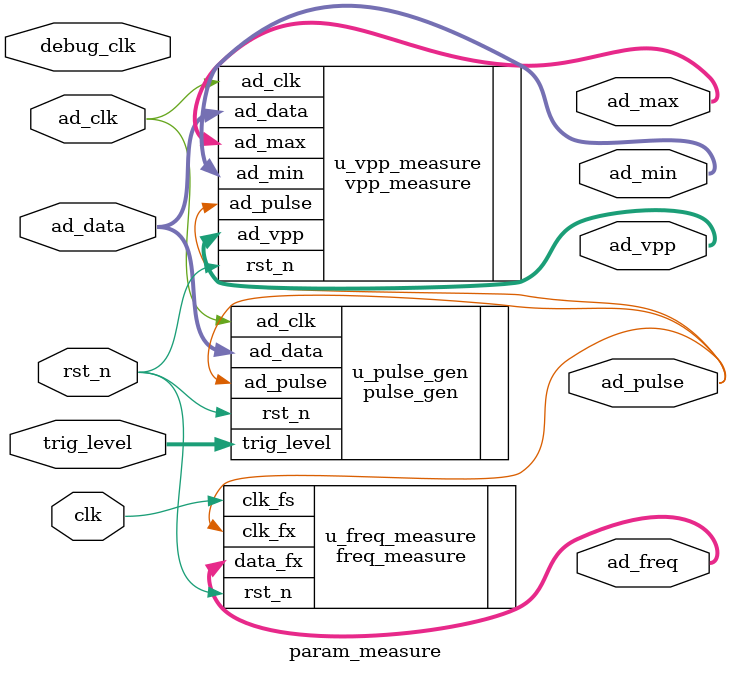
<source format=v>
module param_measure (
  input wire clk,   //!系统时钟50MHz
  input wire rst_n, //!系统复位，低电平有效

  input wire [7:0] trig_level,  //!触发电平

  input wire       ad_clk,  //!ADC时钟
  input wire [7:0] ad_data, //!ADC输入数据

  output wire ad_pulse,  //!pulse_gen模块输出的脉冲信号,仅用于调试

  output wire [19:0] ad_freq,   //!被测时钟频率输出
  output wire [ 7:0] ad_vpp,    //!ADC峰峰值
  output wire [ 7:0] ad_max,    //!ADC最大值
  output wire [ 7:0] ad_min,    //!ADC最小值
  input  wire        debug_clk //!DEBUG时钟测试端口
);

  //parameter define
  parameter CLK_FS = 26'd50_000_000;  // 基准时钟频率值
  parameter DEBUG_EN = 1'b0;

  //脉冲生成模块
  pulse_gen u_pulse_gen (
    .rst_n(rst_n),  //系统复位，低电平有效

    .trig_level(trig_level),  // 触发电平
    .ad_clk    (ad_clk),      //AD9280驱动时钟
    .ad_data   (ad_data),     //AD输入数据

    .ad_pulse(ad_pulse)  //输出的脉冲信号
  );

  //等精度频率计模块
  freq_measure #(
    .CLK_FS(CLK_FS)  // 基准时钟频率值
  ) u_freq_measure (
    .clk_fs(clk),
    .rst_n (rst_n),

    .clk_fx(DEBUG_EN ? debug_clk : ad_pulse),  // 被测时钟信号
    .data_fx(ad_freq)  // 被测时钟频率输出
  );

  //计算峰峰值
  vpp_measure u_vpp_measure (
    .rst_n(rst_n),

    .ad_clk  (ad_clk),
    .ad_data (ad_data),
    .ad_pulse(ad_pulse),
    .ad_vpp  (ad_vpp),
    .ad_max  (ad_max),
    .ad_min  (ad_min)
  );

endmodule

</source>
